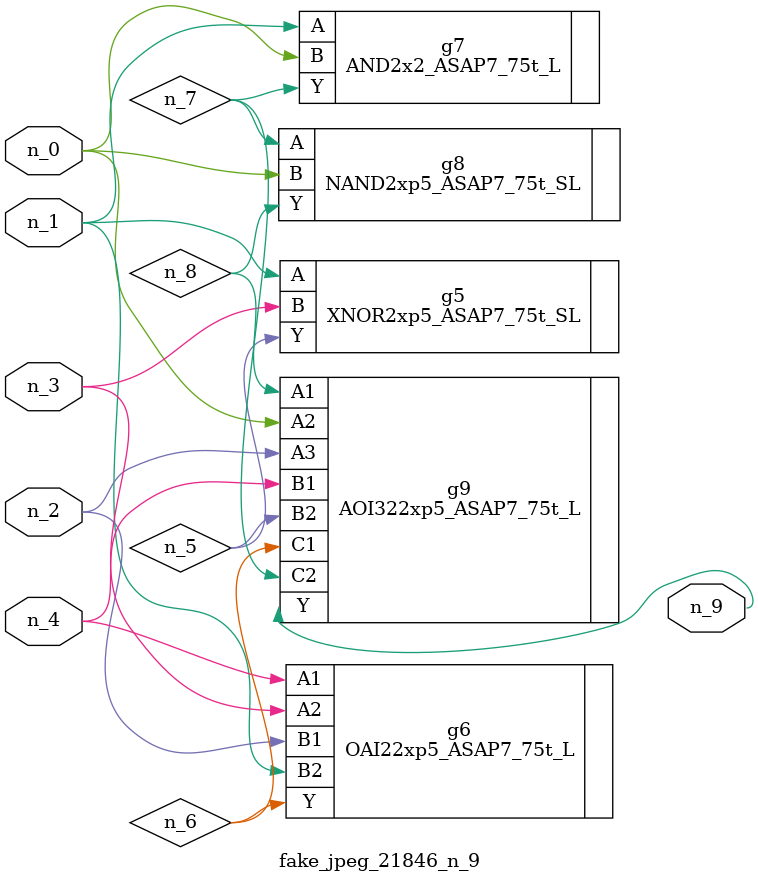
<source format=v>
module fake_jpeg_21846_n_9 (n_3, n_2, n_1, n_0, n_4, n_9);

input n_3;
input n_2;
input n_1;
input n_0;
input n_4;

output n_9;

wire n_8;
wire n_6;
wire n_5;
wire n_7;

XNOR2xp5_ASAP7_75t_SL g5 ( 
.A(n_1),
.B(n_3),
.Y(n_5)
);

OAI22xp5_ASAP7_75t_L g6 ( 
.A1(n_4),
.A2(n_3),
.B1(n_2),
.B2(n_1),
.Y(n_6)
);

AND2x2_ASAP7_75t_L g7 ( 
.A(n_1),
.B(n_0),
.Y(n_7)
);

NAND2xp5_ASAP7_75t_SL g8 ( 
.A(n_7),
.B(n_0),
.Y(n_8)
);

AOI322xp5_ASAP7_75t_L g9 ( 
.A1(n_8),
.A2(n_0),
.A3(n_2),
.B1(n_4),
.B2(n_5),
.C1(n_6),
.C2(n_7),
.Y(n_9)
);


endmodule
</source>
